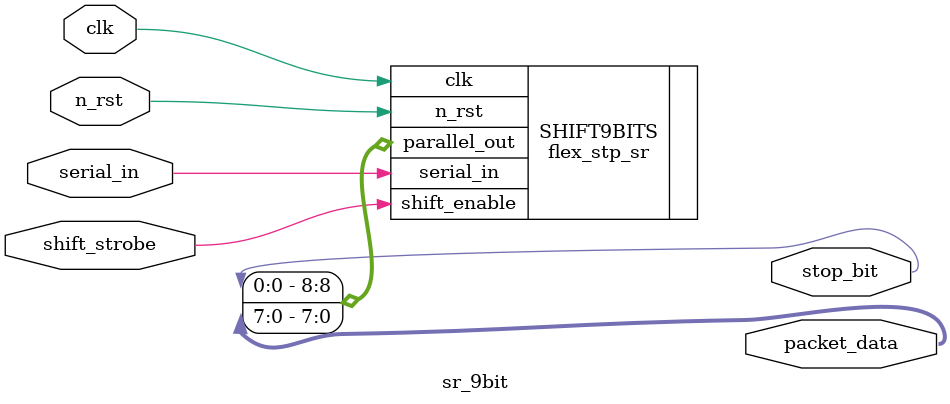
<source format=sv>

module sr_9bit
(
	input wire clk,
	input wire n_rst,
	input wire shift_strobe,
	input wire serial_in,
	output reg [7:0] packet_data,
	output reg stop_bit
	
);

flex_stp_sr #(.NUM_BITS(9), .SHIFT_MSB(0)) SHIFT9BITS (.clk(clk), .n_rst(n_rst), .shift_enable(shift_strobe), .serial_in(serial_in), .parallel_out({stop_bit, packet_data})); 


endmodule 
</source>
